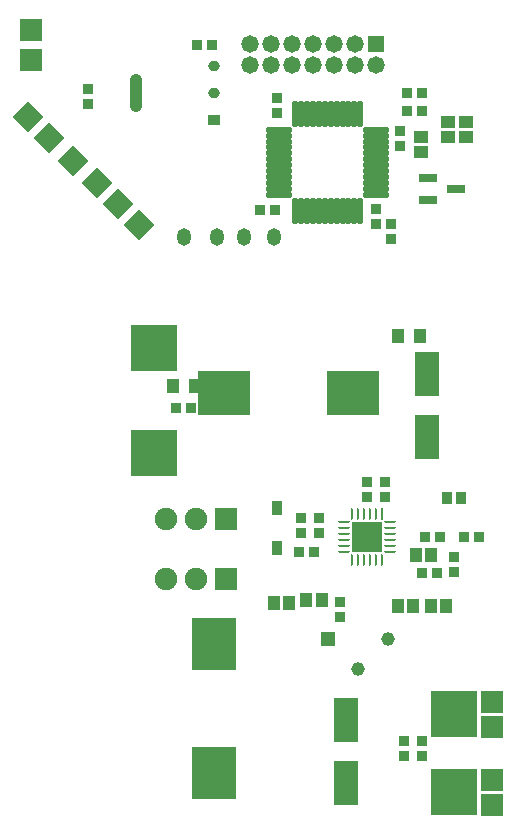
<source format=gts>
G04*
G04 #@! TF.GenerationSoftware,Altium Limited,Altium Designer,24.7.2 (38)*
G04*
G04 Layer_Color=8388736*
%FSLAX44Y44*%
%MOMM*%
G71*
G04*
G04 #@! TF.SameCoordinates,60CCB1E2-045B-4953-842A-C3EC13AC8E9E*
G04*
G04*
G04 #@! TF.FilePolarity,Negative*
G04*
G01*
G75*
G04:AMPARAMS|DCode=23|XSize=0.2425mm|YSize=1.0096mm|CornerRadius=0.1212mm|HoleSize=0mm|Usage=FLASHONLY|Rotation=270.000|XOffset=0mm|YOffset=0mm|HoleType=Round|Shape=RoundedRectangle|*
%AMROUNDEDRECTD23*
21,1,0.2425,0.7672,0,0,270.0*
21,1,0.0000,1.0096,0,0,270.0*
1,1,0.2425,-0.3836,0.0000*
1,1,0.2425,-0.3836,0.0000*
1,1,0.2425,0.3836,0.0000*
1,1,0.2425,0.3836,0.0000*
%
%ADD23ROUNDEDRECTD23*%
G04:AMPARAMS|DCode=24|XSize=1.0096mm|YSize=0.2425mm|CornerRadius=0.1212mm|HoleSize=0mm|Usage=FLASHONLY|Rotation=270.000|XOffset=0mm|YOffset=0mm|HoleType=Round|Shape=RoundedRectangle|*
%AMROUNDEDRECTD24*
21,1,1.0096,0.0000,0,0,270.0*
21,1,0.7672,0.2425,0,0,270.0*
1,1,0.2425,0.0000,-0.3836*
1,1,0.2425,0.0000,0.3836*
1,1,0.2425,0.0000,0.3836*
1,1,0.2425,0.0000,-0.3836*
%
%ADD24ROUNDEDRECTD24*%
%ADD25R,0.2425X1.0096*%
G04:AMPARAMS|DCode=32|XSize=1.0043mm|YSize=3.1821mm|CornerRadius=0.4369mm|HoleSize=0mm|Usage=FLASHONLY|Rotation=180.000|XOffset=0mm|YOffset=0mm|HoleType=Round|Shape=RoundedRectangle|*
%AMROUNDEDRECTD32*
21,1,1.0043,2.3084,0,0,180.0*
21,1,0.1306,3.1821,0,0,180.0*
1,1,0.8737,-0.0653,1.1542*
1,1,0.8737,0.0653,1.1542*
1,1,0.8737,0.0653,-1.1542*
1,1,0.8737,-0.0653,-1.1542*
%
%ADD32ROUNDEDRECTD32*%
G04:AMPARAMS|DCode=33|XSize=1.0043mm|YSize=0.8721mm|CornerRadius=0.4361mm|HoleSize=0mm|Usage=FLASHONLY|Rotation=180.000|XOffset=0mm|YOffset=0mm|HoleType=Round|Shape=RoundedRectangle|*
%AMROUNDEDRECTD33*
21,1,1.0043,0.0000,0,0,180.0*
21,1,0.1322,0.8721,0,0,180.0*
1,1,0.8721,-0.0661,0.0000*
1,1,0.8721,0.0661,0.0000*
1,1,0.8721,0.0661,0.0000*
1,1,0.8721,-0.0661,0.0000*
%
%ADD33ROUNDEDRECTD33*%
%ADD34R,1.0043X0.8721*%
%ADD38O,1.2192X1.4732*%
%ADD39P,2.6222X4X90.0*%
%ADD40R,1.8542X1.8542*%
%ADD41R,1.8542X1.8542*%
%ADD42R,4.0132X4.0132*%
%ADD43R,4.0132X4.0132*%
%ADD44R,0.9032X0.9032*%
%ADD45R,0.9032X0.9032*%
%ADD46R,1.0532X1.1532*%
%ADD47R,1.0532X1.3032*%
%ADD48R,2.5500X2.5500*%
%ADD49R,2.1032X3.7532*%
%ADD50R,0.9532X1.0532*%
%ADD51R,0.9532X1.2032*%
%ADD52R,3.8032X4.5032*%
%ADD53R,4.5032X3.8032*%
%ADD54R,1.1532X1.0532*%
%ADD55R,1.5532X0.8032*%
%ADD56O,0.5032X2.3032*%
%ADD57O,2.3032X0.5032*%
%ADD58R,1.9032X1.9032*%
%ADD59C,1.9032*%
%ADD60R,1.1500X1.1500*%
%ADD61C,1.1500*%
%ADD62R,1.4732X1.4732*%
%ADD63C,1.4732*%
D23*
X898353Y690680D02*
D03*
Y685680D02*
D03*
Y680680D02*
D03*
Y675680D02*
D03*
Y670680D02*
D03*
Y665680D02*
D03*
X859327D02*
D03*
Y670680D02*
D03*
Y675680D02*
D03*
Y680680D02*
D03*
Y685680D02*
D03*
Y690680D02*
D03*
D24*
X891340Y658668D02*
D03*
X886340D02*
D03*
X881340D02*
D03*
X876340D02*
D03*
X871340D02*
D03*
X866340D02*
D03*
Y697692D02*
D03*
X871340D02*
D03*
X876340D02*
D03*
X881340D02*
D03*
X886340D02*
D03*
D25*
X891340D02*
D03*
D32*
X683330Y1054100D02*
D03*
D33*
X749230Y1077000D02*
D03*
Y1054100D02*
D03*
D34*
Y1031200D02*
D03*
D38*
X723900Y932180D02*
D03*
X774700D02*
D03*
X751840D02*
D03*
X800100D02*
D03*
D39*
X609600Y1016000D02*
D03*
X668020Y960120D02*
D03*
X685800Y942340D02*
D03*
X650240Y977900D02*
D03*
X629920Y996950D02*
D03*
X591820Y1033780D02*
D03*
D40*
X594360Y1082040D02*
D03*
X984504Y517652D02*
D03*
X594360Y1107440D02*
D03*
D41*
X984504Y472948D02*
D03*
Y538988D02*
D03*
Y451358D02*
D03*
D42*
X952500Y462280D02*
D03*
Y528320D02*
D03*
D43*
X698500Y838200D02*
D03*
Y749300D02*
D03*
D44*
X974240Y678180D02*
D03*
X961240D02*
D03*
X938680Y647700D02*
D03*
X925680D02*
D03*
X717250Y787400D02*
D03*
X730250D02*
D03*
X941220Y678180D02*
D03*
X928220D02*
D03*
X834540Y665480D02*
D03*
X821540D02*
D03*
X748180Y1094740D02*
D03*
X735180D02*
D03*
X788520Y955040D02*
D03*
X801520D02*
D03*
X925980Y1054100D02*
D03*
X912980D02*
D03*
X925980Y1038860D02*
D03*
X912980D02*
D03*
D45*
X855980Y623720D02*
D03*
Y610720D02*
D03*
X952500Y648820D02*
D03*
Y661820D02*
D03*
X878840Y725320D02*
D03*
Y712320D02*
D03*
X910590Y505610D02*
D03*
Y492610D02*
D03*
X925830Y505610D02*
D03*
Y492610D02*
D03*
X822960Y694840D02*
D03*
Y681840D02*
D03*
X894080Y725320D02*
D03*
Y712320D02*
D03*
X838200Y694840D02*
D03*
Y681840D02*
D03*
X802640Y1050440D02*
D03*
Y1037440D02*
D03*
X642620Y1058060D02*
D03*
Y1045060D02*
D03*
X886460Y943460D02*
D03*
Y956460D02*
D03*
X906780Y1022500D02*
D03*
Y1009500D02*
D03*
X899160Y930760D02*
D03*
Y943760D02*
D03*
D46*
X945825Y619760D02*
D03*
X932825D02*
D03*
X918360D02*
D03*
X905360D02*
D03*
X827740Y624840D02*
D03*
X840740D02*
D03*
X933600Y662940D02*
D03*
X920600D02*
D03*
X799950Y622300D02*
D03*
X812950D02*
D03*
D47*
X905150Y848360D02*
D03*
X923650D02*
D03*
X714650Y806450D02*
D03*
X733150D02*
D03*
D48*
X878840Y678180D02*
D03*
D49*
X861060Y470240D02*
D03*
Y523240D02*
D03*
X929640Y816440D02*
D03*
Y763440D02*
D03*
D50*
X958500Y711200D02*
D03*
X946500D02*
D03*
D51*
X802640Y702800D02*
D03*
Y668800D02*
D03*
D52*
X749300Y478900D02*
D03*
Y587900D02*
D03*
D53*
X867300Y800100D02*
D03*
X758300D02*
D03*
D54*
X947420Y1017120D02*
D03*
Y1030120D02*
D03*
X962660Y1017120D02*
D03*
Y1030120D02*
D03*
X924560Y1004420D02*
D03*
Y1017420D02*
D03*
D55*
X954340Y972820D02*
D03*
X930340Y963320D02*
D03*
Y982320D02*
D03*
D56*
X873320Y954680D02*
D03*
X868320D02*
D03*
X863320D02*
D03*
X858320D02*
D03*
X853320D02*
D03*
X848320D02*
D03*
X843320D02*
D03*
X838320D02*
D03*
X833320D02*
D03*
X828320D02*
D03*
X823320D02*
D03*
X818320D02*
D03*
Y1036680D02*
D03*
X823320D02*
D03*
X828320D02*
D03*
X833320D02*
D03*
X838320D02*
D03*
X843320D02*
D03*
X848320D02*
D03*
X853320D02*
D03*
X858320D02*
D03*
X863320D02*
D03*
X868320D02*
D03*
X873320D02*
D03*
D57*
X804820Y968180D02*
D03*
Y973180D02*
D03*
Y978180D02*
D03*
Y983180D02*
D03*
Y988180D02*
D03*
Y993180D02*
D03*
Y998180D02*
D03*
Y1003180D02*
D03*
Y1008180D02*
D03*
Y1013180D02*
D03*
Y1018180D02*
D03*
Y1023180D02*
D03*
X886820D02*
D03*
Y1018180D02*
D03*
Y1013180D02*
D03*
Y1008180D02*
D03*
Y1003180D02*
D03*
Y998180D02*
D03*
Y993180D02*
D03*
Y988180D02*
D03*
Y983180D02*
D03*
Y978180D02*
D03*
Y973180D02*
D03*
Y968180D02*
D03*
D58*
X759560Y642620D02*
D03*
X759460Y693420D02*
D03*
D59*
X734060Y642620D02*
D03*
X708560D02*
D03*
X733960Y693420D02*
D03*
X708460D02*
D03*
D60*
X845820Y591820D02*
D03*
D61*
X871220Y566420D02*
D03*
X896620Y591820D02*
D03*
D62*
X886460Y1096010D02*
D03*
D63*
X868680D02*
D03*
X850900D02*
D03*
X833120D02*
D03*
X815340D02*
D03*
X797560D02*
D03*
X779780D02*
D03*
X886460Y1078230D02*
D03*
X868680D02*
D03*
X850900D02*
D03*
X833120D02*
D03*
X815340D02*
D03*
X797560D02*
D03*
X779780D02*
D03*
M02*

</source>
